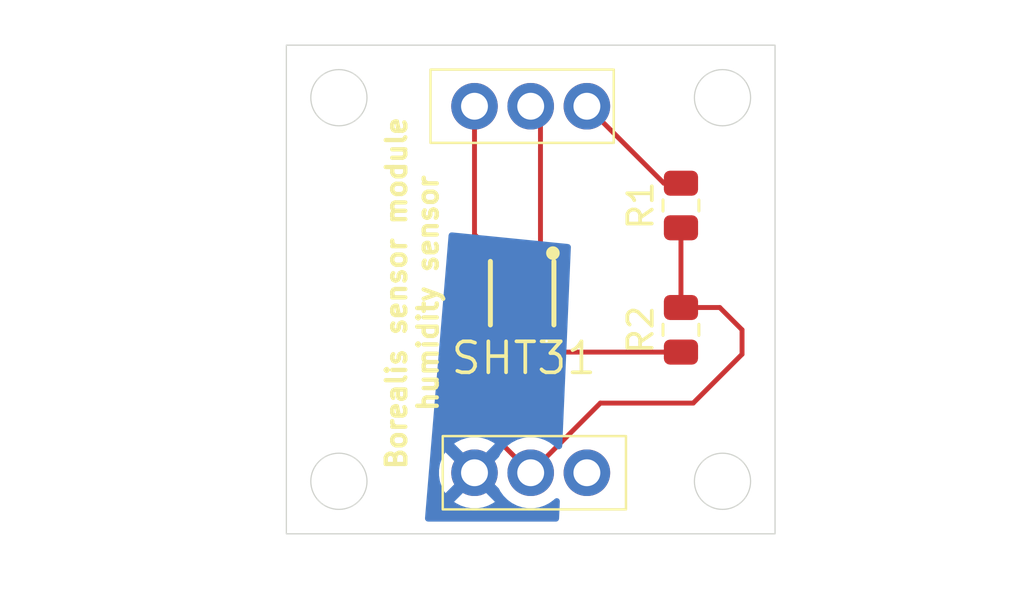
<source format=kicad_pcb>
(kicad_pcb (version 20241229) (generator "pcbnew") (generator_version "9.0")
  (layers (0 "F.Cu" signal) (2 "B.Cu" signal) (13 "F.Paste" user) (15 "B.Paste" user) (5 "F.SilkS" user "F.Silkscreen") (7 "B.SilkS" user "B.Silkscreen") (1 "F.Mask" user) (3 "B.Mask" user) (25 "Edge.Cuts" user))
  (net 0 "")
  (net 1 "/SCL")
  (net 2 "GND")
  (net 3 "+3.3V")
  (net 4 "/SDA")
  (net 5 "Net-(SHT31-nRESET)")
  (net 6 "/ADC")
  (net 7 "+5V")
  (footprint "batteryholder:sht31-footprint" (layer "F.Cu") (at 86.5 64 180)
    (property "Reference" "SHT31" (at -0.067254 -2.66 0) (layer "F.SilkS") (effects (font (size 1.27 1.27))))
    (property "Value" "~")
    (fp_line (start 1.2999 1.3) (end 1.2999 -1.3) (stroke (width 0.2032)) (layer "F.SilkS"))
    (fp_line (start -1.3001 1.3) (end -1.3001 -1.3) (stroke (width 0.2032)) (layer "F.SilkS"))
    (fp_arc (start -1.2577 1.5127) (mid -1.259 1.766707) (end -1.2603 1.5127) (stroke (width 0.3)) (layer "F.SilkS"))
    (pad "1" smd rect (at -0.7501 1.2 180) (size 0.25 0.7) (layers "F.Cu" "F.Mask" "F.Paste") (net 4 "/SDA"))
    (pad "2" smd rect (at -0.2502 1.2 180) (size 0.25 0.7) (layers "F.Cu" "F.Mask" "F.Paste") (net 2 "GND"))
    (pad "3" smd rect (at 0.2499 1.2 180) (size 0.25 0.7) (layers "F.Cu" "F.Mask" "F.Paste"))
    (pad "4" smd rect (at 0.7501 1.2 180) (size 0.25 0.7) (layers "F.Cu" "F.Mask" "F.Paste") (net 1 "/SCL"))
    (pad "5" smd rect (at 0.7501 -1.2 180) (size 0.25 0.7) (layers "F.Cu" "F.Mask" "F.Paste") (net 3 "+3.3V"))
    (pad "6" smd rect (at 0.2499 -1.2 180) (size 0.25 0.7) (layers "F.Cu" "F.Mask" "F.Paste") (net 5 "Net-(SHT31-nRESET)"))
    (pad "7" smd rect (at -0.2502 -1.2 180) (size 0.25 0.7) (layers "F.Cu" "F.Mask" "F.Paste") (net 2 "GND"))
    (pad "8" smd rect (at -0.7501 -1.2 180) (size 0.25 0.7) (layers "F.Cu" "F.Mask" "F.Paste") (net 2 "GND"))
    (pad "9" smd rect (at 0 0.0001 180) (size 1.8 1.1) (layers "F.Cu" "F.Mask" "F.Paste") (net 2 "GND"))
  )
  (footprint "batteryholder:1x03 2.3 pitch" (layer "F.Cu") (at 84.25 56.35)
    (property "Reference" "J2" (hide yes))
    (property "Value" "Conn_01x03_Pin (data connection to main board)")
    (fp_rect (start -1.5 -1.5) (end 6 1.5) (stroke (width 0.1)) (fill no) (layer "F.SilkS") (net 78393306))
    (pad "1" thru_hole circle (at 0.3 0) (size 1.905 1.905) (drill 1.1) (layers "*.Cu" "*.Mask") (net 1 "/SCL"))
    (pad "2" thru_hole circle (at 2.6 0) (size 1.905 1.905) (drill 1.1) (layers "*.Cu" "*.Mask") (net 4 "/SDA"))
    (pad "3" thru_hole circle (at 4.9 0) (size 1.905 1.905) (drill 1.1) (layers "*.Cu" "*.Mask") (net 6 "/ADC"))
  )
  (footprint "batteryholder:1x03 2.3 pitch" (layer "F.Cu") (at 84.75 71.35)
    (property "Reference" "J5" (hide yes))
    (property "Value" "Conn_01x03_Pin (power connection to main board)")
    (fp_rect (start -1.5 -1.5) (end 6 1.5) (stroke (width 0.1)) (fill no) (layer "F.SilkS") (net 78393306))
    (pad "1" thru_hole circle (at -0.2 0) (size 1.905 1.905) (drill 1.1) (layers "*.Cu" "*.Mask") (net 2 "GND"))
    (pad "2" thru_hole circle (at 2.1 0) (size 1.905 1.905) (drill 1.1) (layers "*.Cu" "*.Mask") (net 3 "+3.3V"))
    (pad "3" thru_hole circle (at 4.4 0) (size 1.905 1.905) (drill 1.1) (layers "*.Cu" "*.Mask") (net 7 "+5V"))
  )
  (footprint "Resistor_SMD:R_0805_2012Metric" (layer "F.Cu") (at 93 65.5 90)
    (property "Reference" "R2" (at 0 -1.65 90) (layer "F.SilkS"))
    (property "Value" "10k")
    (fp_line (start -0.227064 -0.735) (end 0.227064 -0.735) (stroke (width 0.12)) (layer "F.SilkS"))
    (fp_line (start -0.227064 0.735) (end 0.227064 0.735) (stroke (width 0.12)) (layer "F.SilkS"))
    (pad "1" smd roundrect (at -0.9125 0 90) (size 1.025 1.4) (layers "F.Cu" "F.Mask" "F.Paste") (roundrect_rratio 0.243902) (net 5 "Net-(SHT31-nRESET)"))
    (pad "2" smd roundrect (at 0.9125 0 90) (size 1.025 1.4) (layers "F.Cu" "F.Mask" "F.Paste") (roundrect_rratio 0.243902) (net 3 "+3.3V"))
  )
  (footprint "Resistor_SMD:R_0805_2012Metric" (layer "F.Cu") (at 93 60.4125 90)
    (property "Reference" "R1" (at 0 -1.65 90) (layer "F.SilkS"))
    (property "Value" "R")
    (fp_line (start -0.227064 -0.735) (end 0.227064 -0.735) (stroke (width 0.12)) (layer "F.SilkS"))
    (fp_line (start -0.227064 0.735) (end 0.227064 0.735) (stroke (width 0.12)) (layer "F.SilkS"))
    (pad "1" smd roundrect (at -0.9125 0 90) (size 1.025 1.4) (layers "F.Cu" "F.Mask" "F.Paste") (roundrect_rratio 0.243902) (net 3 "+3.3V"))
    (pad "2" smd roundrect (at 0.9125 0 90) (size 1.025 1.4) (layers "F.Cu" "F.Mask" "F.Paste") (roundrect_rratio 0.243902) (net 6 "/ADC"))
  )
  (gr_circle (center 94.7 56) (end 95.85 56) (stroke (width 0.05)) (fill no) (layer "Edge.Cuts"))
  (gr_circle (center 94.7 71.7) (end 95.85 71.7) (stroke (width 0.05)) (fill no) (layer "Edge.Cuts"))
  (gr_rect (start 76.85 53.85) (end 96.85 73.85) (stroke (width 0.05)) (fill no) (layer "Edge.Cuts"))
  (gr_circle (center 79 56) (end 80.15 56) (stroke (width 0.05)) (fill no) (layer "Edge.Cuts"))
  (gr_circle (center 79 71.7) (end 80.15 71.7) (stroke (width 0.05)) (fill no) (layer "Edge.Cuts"))
  (gr_text "Borealis sensor module\nhumidity sensor" (at 82 64 90) (layer "F.SilkS") (effects (font (size 0.8 0.8) (thickness 0.175) (bold yes))))
  (segment (start 84.55 61.6001) (end 85.7499 62.8) (width 0.2) (layer "F.Cu") (net 1))
  (segment (start 84.55 56.35) (end 84.55 61.6001) (width 0.2) (layer "F.Cu") (net 1))
  (segment (start 87.2501 65.7126) (end 87.5 65.9625) (width 0.2) (layer "F.Cu") (net 2))
  (segment (start 87.2501 64.75) (end 86.5 63.9999) (width 0.2) (layer "F.Cu") (net 2))
  (segment (start 86.7502 64.2501) (end 86.5 63.9999) (width 0.2) (layer "F.Cu") (net 2))
  (segment (start 86.7502 62.8) (end 86.7502 63.7497) (width 0.2) (layer "F.Cu") (net 2))
  (segment (start 86.7502 65.2) (end 86.7502 64.2501) (width 0.2) (layer "F.Cu") (net 2))
  (segment (start 87.2501 65.2) (end 87.2501 64.75) (width 0.2) (layer "F.Cu") (net 2))
  (segment (start 86.7502 65.2) (end 87.2501 65.2) (width 0.2) (layer "F.Cu") (net 2))
  (segment (start 86.7502 63.7497) (end 86.5 63.9999) (width 0.2) (layer "F.Cu") (net 2))
  (segment (start 87.2501 65.2) (end 87.2501 65.7126) (width 0.2) (layer "F.Cu") (net 2))
  (via micro (at 87.5 65.9625) (size 0.3) (drill 0.1) (layers "F.Cu" "B.Cu") (net 2))
  (segment (start 87.5 65.9625) (end 87.5 66) (width 0.2) (layer "B.Cu") (net 2))
  (segment (start 95.5 66.5) (end 93.5 68.5) (width 0.2) (layer "F.Cu") (net 3))
  (segment (start 95.5 65.5) (end 95.5 66.5) (width 0.2) (layer "F.Cu") (net 3))
  (segment (start 93 64.5875) (end 94.5875 64.5875) (width 0.2) (layer "F.Cu") (net 3))
  (segment (start 85.7499 70.2499) (end 85.7499 65.2) (width 0.2) (layer "F.Cu") (net 3))
  (segment (start 89.7 68.5) (end 86.85 71.35) (width 0.2) (layer "F.Cu") (net 3))
  (segment (start 86.85 71.35) (end 85.7499 70.2499) (width 0.2) (layer "F.Cu") (net 3))
  (segment (start 93.5 68.5) (end 89.7 68.5) (width 0.2) (layer "F.Cu") (net 3))
  (segment (start 94.5875 64.5875) (end 95.5 65.5) (width 0.2) (layer "F.Cu") (net 3))
  (segment (start 93 61.325) (end 93 64.5875) (width 0.2) (layer "F.Cu") (net 3))
  (segment (start 87.2501 62.8) (end 87.2501 56.7501) (width 0.2) (layer "F.Cu") (net 4))
  (segment (start 87.2501 56.7501) (end 86.85 56.35) (width 0.2) (layer "F.Cu") (net 4))
  (segment (start 86.2501 65.7769) (end 86.2501 65.2) (width 0.2) (layer "F.Cu") (net 5))
  (segment (start 93 66.4125) (end 86.8857 66.4125) (width 0.2) (layer "F.Cu") (net 5))
  (segment (start 86.8857 66.4125) (end 86.2501 65.7769) (width 0.2) (layer "F.Cu") (net 5))
  (segment (start 89.15 56.35) (end 92.3 59.5) (width 0.2) (layer "F.Cu") (net 6))
  (segment (start 92.3 59.5) (end 93 59.5) (width 0.2) (layer "F.Cu") (net 6))
  (zone (net 2) (net_name "GND") (layer "B.Cu") (connect_pads (clearance 0.5)) (min_thickness 0.25) (fill yes (thermal_gap 0.5) (thermal_bridge_width 0.5))
    (polygon (pts (xy 83.5 61.5) (xy 88.5 62) (xy 88 73.5) (xy 82.5 73.5)))
  )
)
</source>
